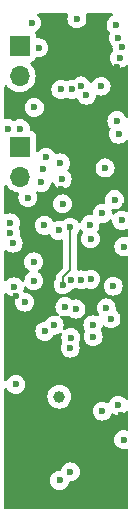
<source format=gbr>
%TF.GenerationSoftware,KiCad,Pcbnew,8.0.0*%
%TF.CreationDate,2025-08-09T21:47:33-07:00*%
%TF.ProjectId,it sure is getting hot in here,69742073-7572-4652-9069-732067657474,rev?*%
%TF.SameCoordinates,Original*%
%TF.FileFunction,Copper,L3,Inr*%
%TF.FilePolarity,Positive*%
%FSLAX46Y46*%
G04 Gerber Fmt 4.6, Leading zero omitted, Abs format (unit mm)*
G04 Created by KiCad (PCBNEW 8.0.0) date 2025-08-09 21:47:33*
%MOMM*%
%LPD*%
G01*
G04 APERTURE LIST*
%TA.AperFunction,ComponentPad*%
%ADD10R,1.700000X1.700000*%
%TD*%
%TA.AperFunction,ComponentPad*%
%ADD11O,1.700000X1.700000*%
%TD*%
%TA.AperFunction,ViaPad*%
%ADD12C,0.600000*%
%TD*%
%TA.AperFunction,ViaPad*%
%ADD13C,1.000000*%
%TD*%
%TA.AperFunction,Conductor*%
%ADD14C,0.200000*%
%TD*%
G04 APERTURE END LIST*
D10*
%TO.N,Net-(J1-Pin_1)*%
%TO.C,J1*%
X1580800Y39219200D03*
D11*
%TO.N,Net-(J1-Pin_2)*%
X1580800Y36679200D03*
%TD*%
D10*
%TO.N,Net-(J2-Pin_1)*%
%TO.C,J2*%
X1625600Y30713600D03*
D11*
%TO.N,Net-(J2-Pin_2)*%
X1625600Y28173600D03*
%TD*%
D12*
%TO.N,/LEDINDICATION*%
X10205800Y24469200D03*
X1630800Y32219200D03*
%TO.N,+3V3*%
X580800Y32219200D03*
%TO.N,GND*%
X2255800Y15914200D03*
%TO.N,+3V3*%
X2005800Y17544200D03*
%TO.N,/DRDY*%
X9955800Y31769200D03*
X7580800Y22894200D03*
%TO.N,+3V3*%
X10405800Y22244200D03*
%TO.N,GND*%
X5955800Y15794200D03*
%TO.N,/MAX2_CS*%
X7530800Y24094200D03*
%TO.N,/MOSI*%
X3805800Y29794200D03*
%TO.N,/DRDY2*%
X8580800Y25044200D03*
%TO.N,Net-(U1-ISENSOR)*%
X6430800Y41519200D03*
X9740035Y41015077D03*
%TO.N,+3V3*%
X10036099Y38201961D03*
%TO.N,/DRDY2*%
X10241819Y39179199D03*
%TO.N,/MOSI*%
X5068880Y35545416D03*
%TO.N,/SCLK*%
X5987579Y35545956D03*
%TO.N,/MAX2_CS*%
X6749862Y35841006D03*
%TO.N,/MISO*%
X8464569Y35825609D03*
%TO.N,GND*%
X8136431Y36729580D03*
X4955800Y40419200D03*
X6718300Y39119200D03*
%TO.N,Net-(J1-Pin_2)*%
X2580800Y41169200D03*
X3180800Y39069200D03*
%TO.N,+3V3*%
X9930800Y39919200D03*
%TO.N,GND*%
X9855800Y37419200D03*
%TO.N,/USB_D+*%
X5880800Y3169200D03*
%TO.N,/USB_D-*%
X4955800Y2444200D03*
%TO.N,/QSPI_SD3*%
X6345361Y16958033D03*
%TO.N,/QSPI_SCLK*%
X5855800Y13643824D03*
%TO.N,/QSPI_SDO*%
X5905800Y14544200D03*
%TO.N,/QSPI_SS*%
X8903240Y17041640D03*
%TO.N,/QSPI_SD1*%
X9305800Y16144200D03*
X7805800Y14619200D03*
%TO.N,/QSPI_SS*%
X7780800Y15619206D03*
%TO.N,/QSPI_SDO*%
X7605800Y19469200D03*
%TO.N,/QSPI_SCLK*%
X6805800Y19426598D03*
%TO.N,/QSPI_SD3*%
X5955798Y19426550D03*
%TO.N,/BATT SENSE *%
X2780800Y19344200D03*
X8577184Y8315025D03*
%TO.N,GND*%
X10200000Y7994200D03*
%TO.N,+3V3*%
X5415745Y17151600D03*
%TO.N,+1V1*%
X5866402Y23869200D03*
%TO.N,/MOSI*%
X800000Y23369200D03*
X5030800Y29319200D03*
%TO.N,/MAX_CS*%
X2755800Y20944200D03*
%TO.N,/MISO*%
X2274096Y26396811D03*
%TO.N,/SWD*%
X3680800Y24044200D03*
%TO.N,/SWCLK*%
X4866400Y23626602D03*
%TO.N,/SCLK*%
X800000Y24244203D03*
%TO.N,/MAX_CS*%
X5180800Y27958845D03*
%TO.N,/SCLK*%
X3551925Y28819037D03*
%TO.N,/MISO*%
X8809123Y28900535D03*
%TO.N,GND*%
X9555800Y14819200D03*
%TO.N,/USB_D+*%
X4490394Y15589088D03*
%TO.N,/USB_D-*%
X3705800Y15069200D03*
%TO.N,Net-(U3-BIAS)*%
X2816351Y34018280D03*
X7230800Y35069200D03*
%TO.N,GND*%
X10240781Y34644144D03*
%TO.N,+3V3*%
X9805800Y32894200D03*
%TO.N,GND*%
X8555800Y30056432D03*
X8082700Y29744200D03*
X6782700Y31623000D03*
X9855800Y20869200D03*
X9880600Y17399000D03*
X4819047Y21526600D03*
X10480800Y25719200D03*
%TO.N,+3V3*%
X9610063Y26213537D03*
%TO.N,GND*%
X6380248Y27574298D03*
X5105800Y27124600D03*
%TO.N,+3V3*%
X5208584Y25860239D03*
X3425343Y27678959D03*
%TO.N,GND*%
X800000Y20929600D03*
%TO.N,+3V3*%
X1019247Y22527792D03*
%TO.N,GND*%
X1244600Y18034000D03*
%TO.N,+3V3*%
X1118099Y18834138D03*
D13*
%TO.N,GND*%
X7416800Y3124200D03*
D12*
%TO.N,+3V3*%
X10380800Y5894200D03*
D13*
%TO.N,GND*%
X6930800Y9575800D03*
D12*
X8243600Y10744200D03*
X812800Y11988800D03*
X8003600Y7162800D03*
%TO.N,+3V3*%
X1244600Y10569000D03*
X9496061Y18898415D03*
D13*
X4927600Y9525000D03*
D12*
%TO.N,+1V1*%
X5264144Y19023068D03*
%TO.N,/BOOTSEL*%
X9926845Y8799116D03*
%TD*%
D14*
%TO.N,+1V1*%
X5264144Y19629136D02*
X5264144Y19023068D01*
X5866402Y20231394D02*
X5264144Y19629136D01*
X5866402Y23869200D02*
X5866402Y20231394D01*
%TD*%
%TA.AperFunction,Conductor*%
%TO.N,GND*%
G36*
X5641019Y41974015D02*
G01*
X5686774Y41921211D01*
X5696718Y41852053D01*
X5691022Y41828746D01*
X5645432Y41698458D01*
X5645430Y41698450D01*
X5625235Y41519204D01*
X5625235Y41519197D01*
X5645430Y41339951D01*
X5645431Y41339946D01*
X5705011Y41169677D01*
X5765729Y41073046D01*
X5800984Y41016938D01*
X5928538Y40889384D01*
X6081278Y40793411D01*
X6177699Y40759672D01*
X6251545Y40733832D01*
X6251550Y40733831D01*
X6430796Y40713635D01*
X6430800Y40713635D01*
X6430804Y40713635D01*
X6610049Y40733831D01*
X6610052Y40733832D01*
X6610055Y40733832D01*
X6780322Y40793411D01*
X6933062Y40889384D01*
X7060616Y41016938D01*
X7156589Y41169678D01*
X7216168Y41339945D01*
X7216169Y41339951D01*
X7236365Y41519197D01*
X7236365Y41519204D01*
X7216169Y41698450D01*
X7216167Y41698458D01*
X7170578Y41828746D01*
X7167017Y41898525D01*
X7201746Y41959152D01*
X7263739Y41991379D01*
X7287620Y41993700D01*
X9383258Y41993700D01*
X9450297Y41974015D01*
X9496052Y41921211D01*
X9505996Y41852053D01*
X9476971Y41788497D01*
X9424212Y41752658D01*
X9390513Y41740867D01*
X9237772Y41644893D01*
X9110219Y41517340D01*
X9014246Y41364601D01*
X8954666Y41194332D01*
X8954665Y41194327D01*
X8934470Y41015081D01*
X8934470Y41015074D01*
X8954665Y40835828D01*
X8954666Y40835823D01*
X9014246Y40665554D01*
X9110219Y40512815D01*
X9192699Y40430335D01*
X9226184Y40369012D01*
X9221200Y40299320D01*
X9210015Y40276687D01*
X9205009Y40268721D01*
X9145433Y40098463D01*
X9145430Y40098450D01*
X9125235Y39919204D01*
X9125235Y39919197D01*
X9145430Y39739951D01*
X9145431Y39739946D01*
X9205011Y39569677D01*
X9300984Y39416938D01*
X9404404Y39313518D01*
X9437889Y39252195D01*
X9439944Y39211957D01*
X9436254Y39179198D01*
X9436254Y39179196D01*
X9456449Y38999950D01*
X9456452Y38999937D01*
X9494367Y38891585D01*
X9497929Y38821806D01*
X9465008Y38762949D01*
X9406283Y38704224D01*
X9310310Y38551485D01*
X9250730Y38381216D01*
X9250729Y38381211D01*
X9230534Y38201965D01*
X9230534Y38201958D01*
X9250729Y38022712D01*
X9250730Y38022707D01*
X9310310Y37852438D01*
X9384825Y37733849D01*
X9406283Y37699699D01*
X9533837Y37572145D01*
X9583503Y37540938D01*
X9679359Y37480707D01*
X9686577Y37476172D01*
X9856844Y37416593D01*
X9856849Y37416592D01*
X10036095Y37396396D01*
X10036099Y37396396D01*
X10036103Y37396396D01*
X10215348Y37416592D01*
X10215351Y37416593D01*
X10215354Y37416593D01*
X10385621Y37476172D01*
X10538361Y37572145D01*
X10568619Y37602403D01*
X10629942Y37635888D01*
X10699634Y37630904D01*
X10755567Y37589032D01*
X10779984Y37523568D01*
X10780300Y37514722D01*
X10780300Y33262761D01*
X10760615Y33195722D01*
X10707811Y33149967D01*
X10638653Y33140023D01*
X10575097Y33169048D01*
X10539259Y33221805D01*
X10531590Y33243721D01*
X10435615Y33396463D01*
X10308062Y33524016D01*
X10155323Y33619989D01*
X9985054Y33679569D01*
X9985049Y33679570D01*
X9805804Y33699765D01*
X9805796Y33699765D01*
X9626550Y33679570D01*
X9626545Y33679569D01*
X9456276Y33619989D01*
X9303537Y33524016D01*
X9175984Y33396463D01*
X9080011Y33243724D01*
X9020431Y33073455D01*
X9020430Y33073450D01*
X9000235Y32894204D01*
X9000235Y32894197D01*
X9020430Y32714951D01*
X9020431Y32714946D01*
X9080011Y32544677D01*
X9148148Y32436239D01*
X9175984Y32391938D01*
X9244668Y32323254D01*
X9278152Y32261930D01*
X9273167Y32192239D01*
X9261980Y32169602D01*
X9230009Y32118721D01*
X9170433Y31948463D01*
X9170430Y31948450D01*
X9150235Y31769204D01*
X9150235Y31769197D01*
X9170430Y31589951D01*
X9170431Y31589946D01*
X9230011Y31419677D01*
X9315624Y31283426D01*
X9325984Y31266938D01*
X9453538Y31139384D01*
X9606278Y31043411D01*
X9776545Y30983832D01*
X9776550Y30983831D01*
X9955796Y30963635D01*
X9955800Y30963635D01*
X9955804Y30963635D01*
X10135049Y30983831D01*
X10135052Y30983832D01*
X10135055Y30983832D01*
X10305322Y31043411D01*
X10458062Y31139384D01*
X10568619Y31249941D01*
X10629942Y31283426D01*
X10699634Y31278442D01*
X10755567Y31236570D01*
X10779984Y31171106D01*
X10780300Y31162260D01*
X10780300Y25277988D01*
X10760615Y25210949D01*
X10707811Y25165194D01*
X10638653Y25155250D01*
X10590329Y25172994D01*
X10555325Y25194988D01*
X10385054Y25254569D01*
X10385049Y25254570D01*
X10205804Y25274765D01*
X10205796Y25274765D01*
X10032265Y25255214D01*
X9963443Y25267269D01*
X9919540Y25307728D01*
X9921422Y25300510D01*
X9899695Y25234104D01*
X9860859Y25200787D01*
X9862174Y25198694D01*
X9703539Y25099017D01*
X9595004Y24990482D01*
X9533681Y24956998D01*
X9463989Y24961982D01*
X9408056Y25003854D01*
X9384103Y25064281D01*
X9366169Y25223450D01*
X9366166Y25223463D01*
X9354122Y25257883D01*
X9350560Y25327662D01*
X9385288Y25388289D01*
X9447282Y25420517D01*
X9485045Y25422058D01*
X9533057Y25416649D01*
X9610060Y25407972D01*
X9610063Y25407972D01*
X9610067Y25407972D01*
X9783597Y25427524D01*
X9852418Y25415470D01*
X9896321Y25375010D01*
X9894440Y25382229D01*
X9916167Y25448634D01*
X9955015Y25481932D01*
X9953689Y25484043D01*
X9996140Y25510717D01*
X10112325Y25583721D01*
X10239879Y25711275D01*
X10335852Y25864015D01*
X10395431Y26034282D01*
X10396018Y26039489D01*
X10415628Y26213534D01*
X10415628Y26213541D01*
X10395432Y26392787D01*
X10395431Y26392792D01*
X10335851Y26563061D01*
X10271293Y26665804D01*
X10239879Y26715799D01*
X10112325Y26843353D01*
X10054747Y26879532D01*
X9959586Y26939326D01*
X9789317Y26998906D01*
X9789312Y26998907D01*
X9610067Y27019102D01*
X9610059Y27019102D01*
X9430813Y26998907D01*
X9430808Y26998906D01*
X9260539Y26939326D01*
X9107800Y26843353D01*
X8980247Y26715800D01*
X8884274Y26563061D01*
X8824694Y26392792D01*
X8824693Y26392787D01*
X8804498Y26213541D01*
X8804498Y26213534D01*
X8824693Y26034288D01*
X8824696Y26034277D01*
X8836741Y25999853D01*
X8840302Y25930074D01*
X8805572Y25869447D01*
X8743579Y25837221D01*
X8705816Y25835680D01*
X8580804Y25849765D01*
X8580796Y25849765D01*
X8401550Y25829570D01*
X8401545Y25829569D01*
X8231276Y25769989D01*
X8078537Y25674016D01*
X7950984Y25546463D01*
X7855011Y25393724D01*
X7795431Y25223455D01*
X7795430Y25223450D01*
X7775235Y25044204D01*
X7775235Y25044195D01*
X7777451Y25024525D01*
X7765396Y24955703D01*
X7718046Y24904325D01*
X7650436Y24886701D01*
X7640348Y24887423D01*
X7530804Y24899765D01*
X7530796Y24899765D01*
X7351550Y24879570D01*
X7351545Y24879569D01*
X7181276Y24819989D01*
X7028537Y24724016D01*
X6900984Y24596463D01*
X6805008Y24443720D01*
X6763359Y24324693D01*
X6722637Y24267917D01*
X6657684Y24242170D01*
X6589123Y24255627D01*
X6541324Y24299676D01*
X6529552Y24318411D01*
X6496218Y24371462D01*
X6368664Y24499016D01*
X6215925Y24594989D01*
X6045656Y24654569D01*
X6045651Y24654570D01*
X5866406Y24674765D01*
X5866398Y24674765D01*
X5687152Y24654570D01*
X5687147Y24654569D01*
X5516878Y24594989D01*
X5364139Y24499016D01*
X5364138Y24499015D01*
X5272194Y24407072D01*
X5210871Y24373588D01*
X5143559Y24377712D01*
X5045654Y24411971D01*
X5045649Y24411972D01*
X4866404Y24432167D01*
X4866396Y24432167D01*
X4687150Y24411972D01*
X4687142Y24411970D01*
X4541093Y24360865D01*
X4471314Y24357304D01*
X4410687Y24392033D01*
X4395145Y24411935D01*
X4340428Y24499016D01*
X4310616Y24546462D01*
X4183062Y24674016D01*
X4103488Y24724016D01*
X4030323Y24769989D01*
X3860054Y24829569D01*
X3860049Y24829570D01*
X3680804Y24849765D01*
X3680796Y24849765D01*
X3501550Y24829570D01*
X3501545Y24829569D01*
X3331276Y24769989D01*
X3178537Y24674016D01*
X3050984Y24546463D01*
X2955011Y24393724D01*
X2895431Y24223455D01*
X2895430Y24223450D01*
X2875235Y24044204D01*
X2875235Y24044197D01*
X2895430Y23864951D01*
X2895431Y23864946D01*
X2955011Y23694677D01*
X2976541Y23660413D01*
X3050984Y23541938D01*
X3178538Y23414384D01*
X3331278Y23318411D01*
X3444563Y23278771D01*
X3501545Y23258832D01*
X3501550Y23258831D01*
X3680796Y23238635D01*
X3680800Y23238635D01*
X3680804Y23238635D01*
X3860049Y23258831D01*
X3860051Y23258832D01*
X3860055Y23258832D01*
X3860058Y23258834D01*
X3860062Y23258834D01*
X4006105Y23309937D01*
X4075884Y23313499D01*
X4136511Y23278771D01*
X4152054Y23258868D01*
X4199625Y23183160D01*
X4236584Y23124340D01*
X4364138Y22996786D01*
X4516878Y22900813D01*
X4687139Y22841236D01*
X4687145Y22841234D01*
X4687150Y22841233D01*
X4866396Y22821037D01*
X4866400Y22821037D01*
X4866404Y22821037D01*
X5045649Y22841233D01*
X5045651Y22841234D01*
X5045655Y22841234D01*
X5045658Y22841236D01*
X5045662Y22841236D01*
X5100947Y22860581D01*
X5170725Y22864144D01*
X5231353Y22829415D01*
X5263580Y22767422D01*
X5265902Y22743540D01*
X5265902Y20531492D01*
X5246217Y20464453D01*
X5229583Y20443811D01*
X4783625Y19997854D01*
X4783623Y19997852D01*
X4755626Y19949358D01*
X4743792Y19928860D01*
X4724179Y19894891D01*
X4704567Y19860922D01*
X4693260Y19818724D01*
X4663643Y19708193D01*
X4663643Y19708191D01*
X4663643Y19605479D01*
X4643958Y19538440D01*
X4636589Y19528165D01*
X4634328Y19525331D01*
X4538355Y19372592D01*
X4478775Y19202323D01*
X4478774Y19202318D01*
X4458579Y19023072D01*
X4458579Y19023065D01*
X4478774Y18843819D01*
X4478775Y18843814D01*
X4538355Y18673545D01*
X4610435Y18558831D01*
X4634328Y18520806D01*
X4761882Y18393252D01*
X4827071Y18352291D01*
X4899889Y18306536D01*
X4914622Y18297279D01*
X4996582Y18268600D01*
X5084889Y18237700D01*
X5084894Y18237699D01*
X5264140Y18217503D01*
X5264144Y18217503D01*
X5264148Y18217503D01*
X5443393Y18237699D01*
X5443396Y18237700D01*
X5443399Y18237700D01*
X5613666Y18297279D01*
X5766406Y18393252D01*
X5893960Y18520806D01*
X5925222Y18570560D01*
X5977553Y18616848D01*
X6016331Y18627806D01*
X6050578Y18631665D01*
X6135047Y18641181D01*
X6135050Y18641182D01*
X6135053Y18641182D01*
X6305320Y18700761D01*
X6314865Y18706760D01*
X6382098Y18725759D01*
X6446807Y18706759D01*
X6456274Y18700811D01*
X6456275Y18700811D01*
X6456278Y18700809D01*
X6587510Y18654889D01*
X6626545Y18641230D01*
X6626550Y18641229D01*
X6805796Y18621033D01*
X6805800Y18621033D01*
X6805804Y18621033D01*
X6985049Y18641229D01*
X6985052Y18641230D01*
X6985055Y18641230D01*
X7155322Y18700809D01*
X7184419Y18719093D01*
X7251655Y18738093D01*
X7291346Y18731140D01*
X7426537Y18683834D01*
X7426543Y18683833D01*
X7426545Y18683832D01*
X7426546Y18683832D01*
X7426550Y18683831D01*
X7605796Y18663635D01*
X7605800Y18663635D01*
X7605804Y18663635D01*
X7785049Y18683831D01*
X7785052Y18683832D01*
X7785055Y18683832D01*
X7955322Y18743411D01*
X8108062Y18839384D01*
X8167090Y18898412D01*
X8690496Y18898412D01*
X8710691Y18719166D01*
X8710692Y18719161D01*
X8770272Y18548892D01*
X8793761Y18511510D01*
X8866245Y18396153D01*
X8993799Y18268599D01*
X9042976Y18237699D01*
X9144326Y18174016D01*
X9146539Y18172626D01*
X9316806Y18113047D01*
X9316811Y18113046D01*
X9496057Y18092850D01*
X9496061Y18092850D01*
X9496065Y18092850D01*
X9675310Y18113046D01*
X9675313Y18113047D01*
X9675316Y18113047D01*
X9845583Y18172626D01*
X9998323Y18268599D01*
X10125877Y18396153D01*
X10221850Y18548893D01*
X10281429Y18719160D01*
X10282779Y18731140D01*
X10301626Y18898412D01*
X10301626Y18898419D01*
X10281430Y19077665D01*
X10281429Y19077670D01*
X10221849Y19247939D01*
X10143524Y19372592D01*
X10125877Y19400677D01*
X9998323Y19528231D01*
X9845584Y19624204D01*
X9675315Y19683784D01*
X9675310Y19683785D01*
X9496065Y19703980D01*
X9496057Y19703980D01*
X9316811Y19683785D01*
X9316806Y19683784D01*
X9146537Y19624204D01*
X8993798Y19528231D01*
X8866245Y19400678D01*
X8770272Y19247939D01*
X8710692Y19077670D01*
X8710691Y19077665D01*
X8690496Y18898419D01*
X8690496Y18898412D01*
X8167090Y18898412D01*
X8235616Y18966938D01*
X8331589Y19119678D01*
X8391168Y19289945D01*
X8393159Y19307613D01*
X8411365Y19469197D01*
X8411365Y19469204D01*
X8391169Y19648450D01*
X8391168Y19648455D01*
X8331588Y19818724D01*
X8262385Y19928859D01*
X8235616Y19971462D01*
X8108062Y20099016D01*
X8023123Y20152387D01*
X7955323Y20194989D01*
X7785054Y20254569D01*
X7785049Y20254570D01*
X7605804Y20274765D01*
X7605796Y20274765D01*
X7426550Y20254570D01*
X7426537Y20254567D01*
X7256280Y20194991D01*
X7227178Y20176705D01*
X7159941Y20157706D01*
X7120253Y20164659D01*
X6985062Y20211965D01*
X6985049Y20211968D01*
X6805804Y20232163D01*
X6805796Y20232163D01*
X6626546Y20211967D01*
X6619756Y20210417D01*
X6619128Y20213167D01*
X6562027Y20210276D01*
X6501414Y20245030D01*
X6469213Y20307037D01*
X6466902Y20330867D01*
X6466902Y23286788D01*
X6486587Y23353827D01*
X6493957Y23364103D01*
X6496212Y23366933D01*
X6496218Y23366938D01*
X6592191Y23519678D01*
X6633841Y23638708D01*
X6674563Y23695483D01*
X6739515Y23721231D01*
X6808077Y23707775D01*
X6855876Y23663725D01*
X6900979Y23591944D01*
X6900984Y23591938D01*
X6937196Y23555726D01*
X6970681Y23494403D01*
X6965697Y23424711D01*
X6954509Y23402073D01*
X6855011Y23243724D01*
X6795431Y23073455D01*
X6795430Y23073450D01*
X6775235Y22894204D01*
X6775235Y22894197D01*
X6795430Y22714951D01*
X6795431Y22714946D01*
X6855011Y22544677D01*
X6931184Y22423450D01*
X6950984Y22391938D01*
X7078538Y22264384D01*
X7160290Y22213016D01*
X7215587Y22178270D01*
X7231278Y22168411D01*
X7401545Y22108832D01*
X7401550Y22108831D01*
X7580796Y22088635D01*
X7580800Y22088635D01*
X7580804Y22088635D01*
X7760049Y22108831D01*
X7760052Y22108832D01*
X7760055Y22108832D01*
X7930322Y22168411D01*
X8083062Y22264384D01*
X8210616Y22391938D01*
X8306589Y22544678D01*
X8366168Y22714945D01*
X8369719Y22746462D01*
X8386365Y22894197D01*
X8386365Y22894204D01*
X8366169Y23073450D01*
X8366168Y23073455D01*
X8350341Y23118685D01*
X8306589Y23243722D01*
X8297095Y23258831D01*
X8237405Y23353827D01*
X8210616Y23396462D01*
X8174403Y23432675D01*
X8140918Y23493998D01*
X8145902Y23563690D01*
X8157091Y23586329D01*
X8160614Y23591937D01*
X8160616Y23591938D01*
X8256589Y23744678D01*
X8316168Y23914945D01*
X8330731Y24044197D01*
X8336365Y24094197D01*
X8336365Y24094200D01*
X8334148Y24113874D01*
X8346201Y24182694D01*
X8393549Y24234074D01*
X8461159Y24251700D01*
X8471252Y24250978D01*
X8580797Y24238635D01*
X8580800Y24238635D01*
X8580804Y24238635D01*
X8760049Y24258831D01*
X8760052Y24258832D01*
X8760055Y24258832D01*
X8930322Y24318411D01*
X9083062Y24414384D01*
X9191598Y24522921D01*
X9252917Y24556403D01*
X9322609Y24551419D01*
X9378543Y24509548D01*
X9402496Y24449121D01*
X9420430Y24289950D01*
X9420431Y24289946D01*
X9480011Y24119677D01*
X9527437Y24044200D01*
X9575984Y23966938D01*
X9703538Y23839384D01*
X9753538Y23807967D01*
X9854264Y23744676D01*
X9856278Y23743411D01*
X9995549Y23694678D01*
X10026545Y23683832D01*
X10026550Y23683831D01*
X10205796Y23663635D01*
X10205800Y23663635D01*
X10205804Y23663635D01*
X10385049Y23683831D01*
X10385052Y23683832D01*
X10385055Y23683832D01*
X10555322Y23743411D01*
X10557336Y23744676D01*
X10590327Y23765406D01*
X10657564Y23784407D01*
X10724399Y23764040D01*
X10769613Y23710772D01*
X10780300Y23660413D01*
X10780300Y23136012D01*
X10760615Y23068973D01*
X10707811Y23023218D01*
X10638653Y23013274D01*
X10615348Y23018970D01*
X10585064Y23029566D01*
X10585049Y23029570D01*
X10405804Y23049765D01*
X10405796Y23049765D01*
X10226550Y23029570D01*
X10226545Y23029569D01*
X10056276Y22969989D01*
X9903537Y22874016D01*
X9775984Y22746463D01*
X9680011Y22593724D01*
X9620431Y22423455D01*
X9620430Y22423450D01*
X9600235Y22244204D01*
X9600235Y22244197D01*
X9620430Y22064951D01*
X9620431Y22064946D01*
X9680011Y21894677D01*
X9771066Y21749765D01*
X9775984Y21741938D01*
X9903538Y21614384D01*
X9967783Y21574016D01*
X10031299Y21534106D01*
X10056278Y21518411D01*
X10196258Y21469430D01*
X10226545Y21458832D01*
X10226550Y21458831D01*
X10405796Y21438635D01*
X10405800Y21438635D01*
X10405804Y21438635D01*
X10585049Y21458831D01*
X10585051Y21458832D01*
X10585055Y21458832D01*
X10615342Y21469431D01*
X10685121Y21472994D01*
X10745749Y21438267D01*
X10777978Y21376274D01*
X10780300Y21352390D01*
X10780300Y9375315D01*
X10760615Y9308276D01*
X10707811Y9262521D01*
X10638653Y9252577D01*
X10575097Y9281602D01*
X10559354Y9298000D01*
X10556664Y9301373D01*
X10556661Y9301378D01*
X10429107Y9428932D01*
X10276368Y9524905D01*
X10106099Y9584485D01*
X10106094Y9584486D01*
X9926849Y9604681D01*
X9926841Y9604681D01*
X9747595Y9584486D01*
X9747590Y9584485D01*
X9577321Y9524905D01*
X9424582Y9428932D01*
X9297029Y9301379D01*
X9201054Y9148636D01*
X9172033Y9065699D01*
X9131311Y9008923D01*
X9066359Y8983176D01*
X8997797Y8996632D01*
X8989020Y9001660D01*
X8926707Y9040814D01*
X8756438Y9100394D01*
X8756433Y9100395D01*
X8577188Y9120590D01*
X8577180Y9120590D01*
X8397934Y9100395D01*
X8397929Y9100394D01*
X8227660Y9040814D01*
X8074921Y8944841D01*
X7947368Y8817288D01*
X7851395Y8664549D01*
X7791815Y8494280D01*
X7791814Y8494275D01*
X7771619Y8315029D01*
X7771619Y8315022D01*
X7791814Y8135776D01*
X7791815Y8135771D01*
X7851395Y7965502D01*
X7947368Y7812763D01*
X8074922Y7685209D01*
X8227662Y7589236D01*
X8397929Y7529657D01*
X8397934Y7529656D01*
X8577180Y7509460D01*
X8577184Y7509460D01*
X8577188Y7509460D01*
X8756433Y7529656D01*
X8756436Y7529657D01*
X8756439Y7529657D01*
X8926706Y7589236D01*
X9079446Y7685209D01*
X9207000Y7812763D01*
X9302973Y7965503D01*
X9312788Y7993551D01*
X9331994Y8048441D01*
X9372715Y8105218D01*
X9437668Y8130966D01*
X9506229Y8117510D01*
X9515008Y8112482D01*
X9577323Y8073327D01*
X9747590Y8013748D01*
X9747595Y8013747D01*
X9926841Y7993551D01*
X9926845Y7993551D01*
X9926849Y7993551D01*
X10106094Y8013747D01*
X10106097Y8013748D01*
X10106100Y8013748D01*
X10276367Y8073327D01*
X10429107Y8169300D01*
X10556661Y8296854D01*
X10556666Y8296864D01*
X10559350Y8300227D01*
X10616537Y8340370D01*
X10686349Y8343222D01*
X10746620Y8307879D01*
X10778215Y8245561D01*
X10780300Y8222918D01*
X10780300Y6777264D01*
X10760615Y6710225D01*
X10707811Y6664470D01*
X10638653Y6654526D01*
X10615347Y6660222D01*
X10560060Y6679567D01*
X10560049Y6679570D01*
X10380804Y6699765D01*
X10380796Y6699765D01*
X10201550Y6679570D01*
X10201545Y6679569D01*
X10031276Y6619989D01*
X9878537Y6524016D01*
X9750984Y6396463D01*
X9655011Y6243724D01*
X9595431Y6073455D01*
X9595430Y6073450D01*
X9575235Y5894204D01*
X9575235Y5894197D01*
X9595430Y5714951D01*
X9595431Y5714946D01*
X9655011Y5544677D01*
X9750984Y5391938D01*
X9878538Y5264384D01*
X10031278Y5168411D01*
X10201542Y5108833D01*
X10201545Y5108832D01*
X10201550Y5108831D01*
X10380796Y5088635D01*
X10380800Y5088635D01*
X10380804Y5088635D01*
X10560049Y5108831D01*
X10560050Y5108832D01*
X10560055Y5108832D01*
X10615345Y5128180D01*
X10685122Y5131742D01*
X10745750Y5097014D01*
X10777978Y5035021D01*
X10780300Y5011138D01*
X10780300Y118700D01*
X10760615Y51661D01*
X10707811Y5906D01*
X10656300Y-5300D01*
X405300Y-5300D01*
X338261Y14385D01*
X292506Y67189D01*
X281300Y118700D01*
X281300Y2444197D01*
X4150235Y2444197D01*
X4170430Y2264951D01*
X4170431Y2264946D01*
X4230011Y2094677D01*
X4325984Y1941938D01*
X4453538Y1814384D01*
X4606278Y1718411D01*
X4776545Y1658832D01*
X4776550Y1658831D01*
X4955796Y1638635D01*
X4955800Y1638635D01*
X4955804Y1638635D01*
X5135049Y1658831D01*
X5135052Y1658832D01*
X5135055Y1658832D01*
X5305322Y1718411D01*
X5458062Y1814384D01*
X5585616Y1941938D01*
X5681589Y2094678D01*
X5741168Y2264945D01*
X5741168Y2264952D01*
X5741969Y2268456D01*
X5743111Y2270499D01*
X5743468Y2271518D01*
X5743646Y2271456D01*
X5776074Y2329437D01*
X5837733Y2362299D01*
X5876746Y2364092D01*
X5880800Y2363635D01*
X5993552Y2376340D01*
X6060049Y2383831D01*
X6060052Y2383832D01*
X6060055Y2383832D01*
X6230322Y2443411D01*
X6383062Y2539384D01*
X6510616Y2666938D01*
X6606589Y2819678D01*
X6666168Y2989945D01*
X6666169Y2989951D01*
X6686365Y3169197D01*
X6686365Y3169204D01*
X6666169Y3348450D01*
X6666168Y3348455D01*
X6606588Y3518724D01*
X6510615Y3671463D01*
X6383062Y3799016D01*
X6230323Y3894989D01*
X6060054Y3954569D01*
X6060049Y3954570D01*
X5880804Y3974765D01*
X5880796Y3974765D01*
X5701550Y3954570D01*
X5701545Y3954569D01*
X5531276Y3894989D01*
X5378537Y3799016D01*
X5250984Y3671463D01*
X5155010Y3518722D01*
X5095430Y3348449D01*
X5094625Y3344922D01*
X5093480Y3342878D01*
X5093133Y3341883D01*
X5092958Y3341944D01*
X5060509Y3283948D01*
X4998844Y3251097D01*
X4959859Y3249308D01*
X4955801Y3249765D01*
X4955796Y3249765D01*
X4776550Y3229570D01*
X4776545Y3229569D01*
X4606276Y3169989D01*
X4453537Y3074016D01*
X4325984Y2946463D01*
X4230011Y2793724D01*
X4170431Y2623455D01*
X4170430Y2623450D01*
X4150235Y2444204D01*
X4150235Y2444197D01*
X281300Y2444197D01*
X281300Y9525000D01*
X3922259Y9525000D01*
X3941575Y9328871D01*
X3949915Y9301379D01*
X3996248Y9148638D01*
X3998788Y9140267D01*
X4091686Y8966468D01*
X4091690Y8966461D01*
X4216716Y8814117D01*
X4369060Y8689091D01*
X4369067Y8689087D01*
X4542866Y8596189D01*
X4542869Y8596189D01*
X4542873Y8596186D01*
X4731468Y8538976D01*
X4927600Y8519659D01*
X5123732Y8538976D01*
X5312327Y8596186D01*
X5486138Y8689090D01*
X5638483Y8814117D01*
X5763510Y8966462D01*
X5856414Y9140273D01*
X5913624Y9328868D01*
X5932941Y9525000D01*
X5913624Y9721132D01*
X5856414Y9909727D01*
X5856411Y9909731D01*
X5856411Y9909734D01*
X5763513Y10083533D01*
X5763509Y10083540D01*
X5638483Y10235884D01*
X5486139Y10360910D01*
X5486132Y10360914D01*
X5312333Y10453812D01*
X5312327Y10453814D01*
X5123732Y10511024D01*
X5123729Y10511025D01*
X4927600Y10530341D01*
X4731470Y10511025D01*
X4542866Y10453812D01*
X4369067Y10360914D01*
X4369060Y10360910D01*
X4216716Y10235884D01*
X4091690Y10083540D01*
X4091686Y10083533D01*
X3998788Y9909734D01*
X3941575Y9721130D01*
X3922259Y9525000D01*
X281300Y9525000D01*
X281300Y10169394D01*
X300985Y10236433D01*
X353789Y10282188D01*
X422947Y10292132D01*
X486503Y10263107D01*
X517020Y10223197D01*
X518811Y10219477D01*
X604227Y10083540D01*
X614784Y10066738D01*
X742338Y9939184D01*
X895078Y9843211D01*
X1065345Y9783632D01*
X1065350Y9783631D01*
X1244596Y9763435D01*
X1244600Y9763435D01*
X1244604Y9763435D01*
X1423849Y9783631D01*
X1423852Y9783632D01*
X1423855Y9783632D01*
X1594122Y9843211D01*
X1746862Y9939184D01*
X1874416Y10066738D01*
X1970389Y10219478D01*
X2029968Y10389745D01*
X2043633Y10511025D01*
X2050165Y10568997D01*
X2050165Y10569004D01*
X2029969Y10748250D01*
X2029968Y10748255D01*
X1972452Y10912626D01*
X1970389Y10918522D01*
X1938918Y10968607D01*
X1874415Y11071263D01*
X1746862Y11198816D01*
X1594123Y11294789D01*
X1423854Y11354369D01*
X1423849Y11354370D01*
X1244604Y11374565D01*
X1244596Y11374565D01*
X1065350Y11354370D01*
X1065345Y11354369D01*
X895076Y11294789D01*
X742337Y11198816D01*
X614784Y11071263D01*
X518810Y10918522D01*
X517018Y10914800D01*
X515222Y10912812D01*
X515106Y10912626D01*
X515073Y10912647D01*
X470193Y10862943D01*
X402765Y10844633D01*
X336142Y10865684D01*
X291476Y10919413D01*
X281300Y10968607D01*
X281300Y15069197D01*
X2900235Y15069197D01*
X2920430Y14889951D01*
X2920431Y14889946D01*
X2980011Y14719677D01*
X3043147Y14619197D01*
X3075984Y14566938D01*
X3203538Y14439384D01*
X3356278Y14343411D01*
X3526545Y14283832D01*
X3526550Y14283831D01*
X3705796Y14263635D01*
X3705800Y14263635D01*
X3705804Y14263635D01*
X3885049Y14283831D01*
X3885052Y14283832D01*
X3885055Y14283832D01*
X4055322Y14343411D01*
X4208062Y14439384D01*
X4335616Y14566938D01*
X4412651Y14689540D01*
X4435294Y14725574D01*
X4436663Y14724714D01*
X4477799Y14770286D01*
X4528827Y14787853D01*
X4669643Y14803719D01*
X4669646Y14803720D01*
X4669649Y14803720D01*
X4839916Y14863299D01*
X4962159Y14940110D01*
X5029394Y14959110D01*
X5096229Y14938743D01*
X5141443Y14885475D01*
X5150682Y14816219D01*
X5145172Y14794163D01*
X5120433Y14723461D01*
X5120430Y14723450D01*
X5100235Y14544204D01*
X5100235Y14544197D01*
X5120430Y14364951D01*
X5120433Y14364938D01*
X5180010Y14194679D01*
X5183031Y14188406D01*
X5180392Y14187136D01*
X5195809Y14132473D01*
X5176811Y14067829D01*
X5130008Y13993342D01*
X5070433Y13823087D01*
X5070430Y13823074D01*
X5050235Y13643828D01*
X5050235Y13643821D01*
X5070430Y13464575D01*
X5070431Y13464570D01*
X5130011Y13294301D01*
X5225984Y13141562D01*
X5353538Y13014008D01*
X5506278Y12918035D01*
X5676545Y12858456D01*
X5676550Y12858455D01*
X5855796Y12838259D01*
X5855800Y12838259D01*
X5855804Y12838259D01*
X6035049Y12858455D01*
X6035052Y12858456D01*
X6035055Y12858456D01*
X6205322Y12918035D01*
X6358062Y13014008D01*
X6485616Y13141562D01*
X6581589Y13294302D01*
X6641168Y13464569D01*
X6661365Y13643824D01*
X6642232Y13813635D01*
X6641169Y13823074D01*
X6641168Y13823079D01*
X6581586Y13993354D01*
X6578569Y13999619D01*
X6581213Y14000893D01*
X6565790Y14055511D01*
X6584790Y14120199D01*
X6592503Y14132473D01*
X6631589Y14194678D01*
X6691168Y14364945D01*
X6691169Y14364951D01*
X6711365Y14544197D01*
X6711365Y14544204D01*
X6691169Y14723450D01*
X6691168Y14723455D01*
X6664924Y14798455D01*
X6631589Y14893722D01*
X6535616Y15046462D01*
X6408062Y15174016D01*
X6358640Y15205070D01*
X6255323Y15269989D01*
X6085054Y15329569D01*
X6085049Y15329570D01*
X5905804Y15349765D01*
X5905796Y15349765D01*
X5726550Y15329570D01*
X5726545Y15329569D01*
X5556276Y15269989D01*
X5434035Y15193179D01*
X5366798Y15174179D01*
X5299963Y15194547D01*
X5254749Y15247815D01*
X5245512Y15317071D01*
X5251022Y15339128D01*
X5275760Y15409826D01*
X5275763Y15409839D01*
X5295959Y15589085D01*
X5295959Y15589092D01*
X5292566Y15619203D01*
X6975235Y15619203D01*
X6995430Y15439957D01*
X6995431Y15439952D01*
X7055011Y15269683D01*
X7120611Y15165282D01*
X7139611Y15098045D01*
X7120612Y15033339D01*
X7080008Y14968718D01*
X7020433Y14798463D01*
X7020430Y14798450D01*
X7000235Y14619204D01*
X7000235Y14619197D01*
X7020430Y14439951D01*
X7020431Y14439946D01*
X7080011Y14269677D01*
X7165389Y14133800D01*
X7175984Y14116938D01*
X7303538Y13989384D01*
X7456278Y13893411D01*
X7626545Y13833832D01*
X7626550Y13833831D01*
X7805796Y13813635D01*
X7805800Y13813635D01*
X7805804Y13813635D01*
X7985049Y13833831D01*
X7985052Y13833832D01*
X7985055Y13833832D01*
X8155322Y13893411D01*
X8308062Y13989384D01*
X8435616Y14116938D01*
X8531589Y14269678D01*
X8591168Y14439945D01*
X8591169Y14439951D01*
X8611365Y14619197D01*
X8611365Y14619204D01*
X8591169Y14798450D01*
X8591168Y14798455D01*
X8559152Y14889951D01*
X8531589Y14968722D01*
X8465987Y15073126D01*
X8446988Y15140361D01*
X8465989Y15205070D01*
X8506588Y15269682D01*
X8506589Y15269684D01*
X8566168Y15439951D01*
X8566169Y15439957D01*
X8568913Y15464309D01*
X8595979Y15528724D01*
X8653573Y15568279D01*
X8723410Y15570418D01*
X8779814Y15538108D01*
X8803538Y15514384D01*
X8883232Y15464309D01*
X8955779Y15418724D01*
X8956278Y15418411D01*
X8980793Y15409833D01*
X9126545Y15358832D01*
X9126550Y15358831D01*
X9305796Y15338635D01*
X9305800Y15338635D01*
X9305804Y15338635D01*
X9485049Y15358831D01*
X9485052Y15358832D01*
X9485055Y15358832D01*
X9655322Y15418411D01*
X9808062Y15514384D01*
X9935616Y15641938D01*
X10031589Y15794678D01*
X10091168Y15964945D01*
X10091169Y15964951D01*
X10111365Y16144197D01*
X10111365Y16144204D01*
X10091169Y16323450D01*
X10091168Y16323455D01*
X10084209Y16343343D01*
X10031589Y16493722D01*
X10013956Y16521784D01*
X9935615Y16646463D01*
X9808062Y16774016D01*
X9808059Y16774018D01*
X9753178Y16808503D01*
X9706887Y16860838D01*
X9695931Y16927380D01*
X9699385Y16958030D01*
X9708805Y17041640D01*
X9708771Y17041938D01*
X9688609Y17220890D01*
X9688608Y17220895D01*
X9650131Y17330855D01*
X9629029Y17391162D01*
X9533056Y17543902D01*
X9405502Y17671456D01*
X9385822Y17683822D01*
X9252763Y17767429D01*
X9082494Y17827009D01*
X9082489Y17827010D01*
X8903244Y17847205D01*
X8903236Y17847205D01*
X8723990Y17827010D01*
X8723985Y17827009D01*
X8553716Y17767429D01*
X8400977Y17671456D01*
X8273424Y17543903D01*
X8177451Y17391164D01*
X8117871Y17220895D01*
X8117870Y17220890D01*
X8097675Y17041644D01*
X8097675Y17041637D01*
X8117870Y16862391D01*
X8117871Y16862386D01*
X8177451Y16692117D01*
X8273427Y16539374D01*
X8275583Y16536670D01*
X8276430Y16534593D01*
X8277129Y16533482D01*
X8276934Y16533360D01*
X8301991Y16471983D01*
X8289234Y16403288D01*
X8241362Y16352395D01*
X8173575Y16335462D01*
X8137516Y16344470D01*
X8136895Y16342695D01*
X7960054Y16404575D01*
X7960049Y16404576D01*
X7780804Y16424771D01*
X7780796Y16424771D01*
X7601550Y16404576D01*
X7601545Y16404575D01*
X7431276Y16344995D01*
X7278537Y16249022D01*
X7150984Y16121469D01*
X7055011Y15968730D01*
X6995431Y15798461D01*
X6995430Y15798456D01*
X6975235Y15619210D01*
X6975235Y15619203D01*
X5292566Y15619203D01*
X5275763Y15768338D01*
X5275762Y15768343D01*
X5265223Y15798461D01*
X5216183Y15938610D01*
X5120210Y16091350D01*
X5018937Y16192623D01*
X4985452Y16253946D01*
X4990436Y16323638D01*
X5032308Y16379571D01*
X5097772Y16403988D01*
X5147573Y16397345D01*
X5236482Y16366234D01*
X5236488Y16366233D01*
X5236490Y16366232D01*
X5236491Y16366232D01*
X5236495Y16366231D01*
X5415741Y16346035D01*
X5415745Y16346035D01*
X5415749Y16346035D01*
X5594994Y16366231D01*
X5594995Y16366232D01*
X5595000Y16366232D01*
X5677088Y16394957D01*
X5746861Y16398519D01*
X5805720Y16365596D01*
X5843099Y16328217D01*
X5995839Y16232244D01*
X6166106Y16172665D01*
X6166111Y16172664D01*
X6345357Y16152468D01*
X6345361Y16152468D01*
X6345365Y16152468D01*
X6524610Y16172664D01*
X6524613Y16172665D01*
X6524616Y16172665D01*
X6694883Y16232244D01*
X6847623Y16328217D01*
X6975177Y16455771D01*
X7071150Y16608511D01*
X7130729Y16778778D01*
X7133354Y16802077D01*
X7150926Y16958030D01*
X7150926Y16958037D01*
X7130730Y17137283D01*
X7130729Y17137288D01*
X7101475Y17220890D01*
X7071150Y17307555D01*
X6975177Y17460295D01*
X6847623Y17587849D01*
X6694884Y17683822D01*
X6524615Y17743402D01*
X6524610Y17743403D01*
X6345365Y17763598D01*
X6345357Y17763598D01*
X6166108Y17743402D01*
X6084019Y17714678D01*
X6014240Y17711117D01*
X5955384Y17744039D01*
X5918007Y17781416D01*
X5765268Y17877389D01*
X5594999Y17936969D01*
X5594994Y17936970D01*
X5415749Y17957165D01*
X5415741Y17957165D01*
X5236495Y17936970D01*
X5236490Y17936969D01*
X5066221Y17877389D01*
X4913482Y17781416D01*
X4785929Y17653863D01*
X4689956Y17501124D01*
X4630376Y17330855D01*
X4630375Y17330850D01*
X4610180Y17151604D01*
X4610180Y17151597D01*
X4630375Y16972351D01*
X4630376Y16972346D01*
X4689956Y16802077D01*
X4785929Y16649338D01*
X4887201Y16548066D01*
X4920686Y16486743D01*
X4915702Y16417051D01*
X4873830Y16361118D01*
X4808366Y16336701D01*
X4758565Y16343343D01*
X4669648Y16374457D01*
X4669643Y16374458D01*
X4490398Y16394653D01*
X4490390Y16394653D01*
X4311144Y16374458D01*
X4311139Y16374457D01*
X4140870Y16314877D01*
X3988131Y16218904D01*
X3860578Y16091351D01*
X3760900Y15932714D01*
X3759534Y15933572D01*
X3718369Y15887988D01*
X3667367Y15870436D01*
X3526549Y15854570D01*
X3526545Y15854569D01*
X3356276Y15794989D01*
X3203537Y15699016D01*
X3075984Y15571463D01*
X2980011Y15418724D01*
X2920431Y15248455D01*
X2920430Y15248450D01*
X2900235Y15069204D01*
X2900235Y15069197D01*
X281300Y15069197D01*
X281300Y18239497D01*
X300985Y18306536D01*
X353789Y18352291D01*
X422947Y18362235D01*
X486503Y18333210D01*
X492981Y18327178D01*
X615837Y18204322D01*
X666281Y18172626D01*
X761101Y18113046D01*
X768577Y18108349D01*
X812871Y18092850D01*
X938844Y18048770D01*
X938849Y18048769D01*
X1118095Y18028573D01*
X1118099Y18028573D01*
X1118100Y18028573D01*
X1125481Y18029405D01*
X1139673Y18031004D01*
X1208495Y18018950D01*
X1259875Y17971602D01*
X1277500Y17903992D01*
X1270600Y17866830D01*
X1220432Y17723458D01*
X1220430Y17723450D01*
X1200235Y17544204D01*
X1200235Y17544197D01*
X1220430Y17364951D01*
X1220431Y17364946D01*
X1280011Y17194677D01*
X1375984Y17041938D01*
X1503538Y16914384D01*
X1656278Y16818411D01*
X1769540Y16778779D01*
X1826545Y16758832D01*
X1826550Y16758831D01*
X2005796Y16738635D01*
X2005800Y16738635D01*
X2005804Y16738635D01*
X2185049Y16758831D01*
X2185052Y16758832D01*
X2185055Y16758832D01*
X2355322Y16818411D01*
X2508062Y16914384D01*
X2635616Y17041938D01*
X2731589Y17194678D01*
X2791168Y17364945D01*
X2794122Y17391164D01*
X2811365Y17544197D01*
X2811365Y17544204D01*
X2791169Y17723450D01*
X2791168Y17723455D01*
X2775781Y17767429D01*
X2731589Y17893722D01*
X2704414Y17936970D01*
X2635615Y18046463D01*
X2508062Y18174016D01*
X2355323Y18269989D01*
X2185054Y18329569D01*
X2185049Y18329570D01*
X2005804Y18349765D01*
X2005801Y18349765D01*
X2005800Y18349765D01*
X2001550Y18349287D01*
X1984220Y18347334D01*
X1915399Y18359391D01*
X1864021Y18406741D01*
X1846398Y18474352D01*
X1853299Y18511510D01*
X1903465Y18654876D01*
X1903468Y18654889D01*
X1919297Y18795377D01*
X1946363Y18859791D01*
X2003958Y18899346D01*
X2073795Y18901484D01*
X2133701Y18865526D01*
X2147507Y18847472D01*
X2150984Y18841938D01*
X2278538Y18714384D01*
X2368880Y18657618D01*
X2426966Y18621120D01*
X2431278Y18618411D01*
X2568037Y18570557D01*
X2601545Y18558832D01*
X2601550Y18558831D01*
X2780796Y18538635D01*
X2780800Y18538635D01*
X2780804Y18538635D01*
X2960049Y18558831D01*
X2960052Y18558832D01*
X2960055Y18558832D01*
X3130322Y18618411D01*
X3283062Y18714384D01*
X3410616Y18841938D01*
X3506589Y18994678D01*
X3566168Y19164945D01*
X3570379Y19202318D01*
X3586365Y19344197D01*
X3586365Y19344204D01*
X3566169Y19523450D01*
X3566168Y19523455D01*
X3564497Y19528231D01*
X3506589Y19693722D01*
X3500143Y19703980D01*
X3410615Y19846463D01*
X3283062Y19974016D01*
X3166812Y20047061D01*
X3120521Y20099396D01*
X3109873Y20168450D01*
X3138248Y20232298D01*
X3166810Y20257047D01*
X3258062Y20314384D01*
X3385616Y20441938D01*
X3481589Y20594678D01*
X3541168Y20764945D01*
X3561365Y20944200D01*
X3541168Y21123455D01*
X3481589Y21293722D01*
X3385616Y21446462D01*
X3258062Y21574016D01*
X3193817Y21614384D01*
X3105323Y21669989D01*
X2935054Y21729569D01*
X2935049Y21729570D01*
X2755804Y21749765D01*
X2755796Y21749765D01*
X2576550Y21729570D01*
X2576545Y21729569D01*
X2406276Y21669989D01*
X2253537Y21574016D01*
X2125984Y21446463D01*
X2030011Y21293724D01*
X1970431Y21123455D01*
X1970430Y21123450D01*
X1950235Y20944204D01*
X1950235Y20944197D01*
X1970430Y20764951D01*
X1970431Y20764946D01*
X2030011Y20594677D01*
X2069713Y20531492D01*
X2125984Y20441938D01*
X2253538Y20314384D01*
X2348733Y20254569D01*
X2369787Y20241340D01*
X2416078Y20189005D01*
X2426726Y20119952D01*
X2398351Y20056103D01*
X2369788Y20031353D01*
X2278539Y19974018D01*
X2150984Y19846463D01*
X2055011Y19693724D01*
X1995431Y19523455D01*
X1995430Y19523451D01*
X1979601Y19382961D01*
X1952534Y19318547D01*
X1894939Y19278992D01*
X1825102Y19276855D01*
X1765196Y19312813D01*
X1751385Y19330877D01*
X1747915Y19336400D01*
X1620361Y19463954D01*
X1467622Y19559927D01*
X1297353Y19619507D01*
X1297348Y19619508D01*
X1118103Y19639703D01*
X1118095Y19639703D01*
X938849Y19619508D01*
X938844Y19619507D01*
X768575Y19559927D01*
X615836Y19463954D01*
X492981Y19341098D01*
X431658Y19307613D01*
X361966Y19312597D01*
X306033Y19354469D01*
X281616Y19419933D01*
X281300Y19428779D01*
X281300Y21834299D01*
X300985Y21901338D01*
X353789Y21947093D01*
X422947Y21957037D01*
X486503Y21928012D01*
X492981Y21921980D01*
X516985Y21897976D01*
X669725Y21802003D01*
X819013Y21749765D01*
X839992Y21742424D01*
X839997Y21742423D01*
X1019243Y21722227D01*
X1019247Y21722227D01*
X1019251Y21722227D01*
X1198496Y21742423D01*
X1198499Y21742424D01*
X1198502Y21742424D01*
X1368769Y21802003D01*
X1521509Y21897976D01*
X1649063Y22025530D01*
X1745036Y22178270D01*
X1804615Y22348537D01*
X1824812Y22527792D01*
X1822909Y22544678D01*
X1804616Y22707042D01*
X1804615Y22707047D01*
X1801849Y22714951D01*
X1745036Y22877314D01*
X1710537Y22932218D01*
X1686804Y22969989D01*
X1649063Y23030054D01*
X1615526Y23063591D01*
X1582041Y23124914D01*
X1585590Y23182756D01*
X1583819Y23183160D01*
X1585365Y23189939D01*
X1585368Y23189945D01*
X1591427Y23243722D01*
X1605565Y23369197D01*
X1605565Y23369204D01*
X1585369Y23548450D01*
X1585368Y23548455D01*
X1572115Y23586329D01*
X1525789Y23718722D01*
X1511960Y23740731D01*
X1492960Y23807967D01*
X1511960Y23872675D01*
X1525789Y23894681D01*
X1578108Y24044200D01*
X1585366Y24064941D01*
X1585369Y24064954D01*
X1605565Y24244200D01*
X1605565Y24244207D01*
X1585369Y24423453D01*
X1585368Y24423458D01*
X1542327Y24546462D01*
X1525789Y24593725D01*
X1429816Y24746465D01*
X1302262Y24874019D01*
X1261288Y24899765D01*
X1149523Y24969992D01*
X979254Y25029572D01*
X979249Y25029573D01*
X800004Y25049768D01*
X799996Y25049768D01*
X620750Y25029573D01*
X620742Y25029571D01*
X446254Y24968515D01*
X376475Y24964954D01*
X315848Y24999683D01*
X283621Y25061676D01*
X281300Y25085557D01*
X281300Y27345656D01*
X300985Y27412695D01*
X353789Y27458450D01*
X422947Y27468394D01*
X486503Y27439369D01*
X506875Y27416779D01*
X568317Y27329030D01*
X587105Y27302199D01*
X754199Y27135105D01*
X850984Y27067335D01*
X947765Y26999568D01*
X947767Y26999567D01*
X947770Y26999565D01*
X1161937Y26899697D01*
X1161943Y26899696D01*
X1161944Y26899695D01*
X1184725Y26893591D01*
X1390192Y26838537D01*
X1415991Y26836280D01*
X1481059Y26810827D01*
X1522038Y26754237D01*
X1525916Y26684475D01*
X1522225Y26671798D01*
X1488728Y26576069D01*
X1488726Y26576061D01*
X1468531Y26396815D01*
X1468531Y26396808D01*
X1488726Y26217562D01*
X1488727Y26217557D01*
X1548307Y26047288D01*
X1578113Y25999853D01*
X1644280Y25894549D01*
X1771834Y25766995D01*
X1788604Y25756458D01*
X1908719Y25680984D01*
X1924574Y25671022D01*
X2094841Y25611443D01*
X2094846Y25611442D01*
X2274092Y25591246D01*
X2274096Y25591246D01*
X2274100Y25591246D01*
X2453345Y25611442D01*
X2453348Y25611443D01*
X2453351Y25611443D01*
X2623618Y25671022D01*
X2776358Y25766995D01*
X2869599Y25860236D01*
X4403019Y25860236D01*
X4423214Y25680990D01*
X4423215Y25680985D01*
X4482795Y25510716D01*
X4547354Y25407972D01*
X4578768Y25357977D01*
X4706322Y25230423D01*
X4859062Y25134450D01*
X4960324Y25099017D01*
X5029329Y25074871D01*
X5029334Y25074870D01*
X5208580Y25054674D01*
X5208584Y25054674D01*
X5208588Y25054674D01*
X5387833Y25074870D01*
X5387836Y25074871D01*
X5387839Y25074871D01*
X5558106Y25134450D01*
X5710846Y25230423D01*
X5838400Y25357977D01*
X5934373Y25510717D01*
X5993952Y25680984D01*
X6003643Y25766996D01*
X6014149Y25860236D01*
X6014149Y25860243D01*
X5993953Y26039489D01*
X5993952Y26039494D01*
X5934372Y26209763D01*
X5838399Y26362502D01*
X5710846Y26490055D01*
X5558107Y26586028D01*
X5387838Y26645608D01*
X5387833Y26645609D01*
X5208588Y26665804D01*
X5208580Y26665804D01*
X5029334Y26645609D01*
X5029329Y26645608D01*
X4859060Y26586028D01*
X4706321Y26490055D01*
X4578768Y26362502D01*
X4482795Y26209763D01*
X4423215Y26039494D01*
X4423214Y26039489D01*
X4403019Y25860243D01*
X4403019Y25860236D01*
X2869599Y25860236D01*
X2903912Y25894549D01*
X2999885Y26047289D01*
X3059464Y26217556D01*
X3059465Y26217562D01*
X3079661Y26396808D01*
X3079661Y26396815D01*
X3059465Y26576061D01*
X3059464Y26576066D01*
X3055978Y26586028D01*
X2999885Y26746333D01*
X2999884Y26746334D01*
X2999882Y26746341D01*
X2996865Y26752606D01*
X2998227Y26753263D01*
X2981429Y26812696D01*
X3001792Y26879532D01*
X3055058Y26924750D01*
X3124313Y26933992D01*
X3146378Y26928481D01*
X3246088Y26893591D01*
X3246093Y26893590D01*
X3425339Y26873394D01*
X3425343Y26873394D01*
X3425347Y26873394D01*
X3604592Y26893590D01*
X3604595Y26893591D01*
X3604598Y26893591D01*
X3774865Y26953170D01*
X3927605Y27049143D01*
X4055159Y27176697D01*
X4151132Y27329437D01*
X4210711Y27499704D01*
X4218850Y27571938D01*
X4245916Y27636352D01*
X4303511Y27675907D01*
X4373348Y27678045D01*
X4433254Y27642087D01*
X4453789Y27611860D01*
X4455011Y27609323D01*
X4550984Y27456583D01*
X4678538Y27329029D01*
X4831278Y27233056D01*
X4992343Y27176697D01*
X5001545Y27173477D01*
X5001550Y27173476D01*
X5180796Y27153280D01*
X5180800Y27153280D01*
X5180804Y27153280D01*
X5360049Y27173476D01*
X5360052Y27173477D01*
X5360055Y27173477D01*
X5530322Y27233056D01*
X5683062Y27329029D01*
X5810616Y27456583D01*
X5906589Y27609323D01*
X5966168Y27779590D01*
X5986365Y27958845D01*
X5976796Y28043769D01*
X5966169Y28138095D01*
X5966168Y28138100D01*
X5948280Y28189221D01*
X5906589Y28308367D01*
X5810616Y28461107D01*
X5683062Y28588661D01*
X5660743Y28602685D01*
X5614453Y28655020D01*
X5603806Y28724074D01*
X5632182Y28787922D01*
X5639013Y28795336D01*
X5660616Y28816938D01*
X5713142Y28900532D01*
X8003558Y28900532D01*
X8023753Y28721286D01*
X8023754Y28721281D01*
X8083334Y28551012D01*
X8172562Y28409008D01*
X8179307Y28398273D01*
X8306861Y28270719D01*
X8397203Y28213953D01*
X8440878Y28186510D01*
X8459601Y28174746D01*
X8564344Y28138095D01*
X8629868Y28115167D01*
X8629873Y28115166D01*
X8809119Y28094970D01*
X8809123Y28094970D01*
X8809127Y28094970D01*
X8988372Y28115166D01*
X8988375Y28115167D01*
X8988378Y28115167D01*
X9158645Y28174746D01*
X9311385Y28270719D01*
X9438939Y28398273D01*
X9534912Y28551013D01*
X9594491Y28721280D01*
X9605269Y28816938D01*
X9614688Y28900532D01*
X9614688Y28900539D01*
X9594492Y29079785D01*
X9594491Y29079790D01*
X9573442Y29139945D01*
X9534912Y29250057D01*
X9526493Y29263455D01*
X9485360Y29328919D01*
X9438939Y29402797D01*
X9311385Y29530351D01*
X9176755Y29614945D01*
X9158646Y29626324D01*
X8988377Y29685904D01*
X8988372Y29685905D01*
X8809127Y29706100D01*
X8809119Y29706100D01*
X8629873Y29685905D01*
X8629868Y29685904D01*
X8459599Y29626324D01*
X8306860Y29530351D01*
X8179307Y29402798D01*
X8083334Y29250059D01*
X8023754Y29079790D01*
X8023753Y29079785D01*
X8003558Y28900539D01*
X8003558Y28900532D01*
X5713142Y28900532D01*
X5756589Y28969678D01*
X5816168Y29139945D01*
X5822392Y29195182D01*
X5836365Y29319197D01*
X5836365Y29319204D01*
X5816169Y29498450D01*
X5816168Y29498455D01*
X5775406Y29614945D01*
X5756589Y29668722D01*
X5745793Y29685903D01*
X5677746Y29794200D01*
X5660616Y29821462D01*
X5533062Y29949016D01*
X5474710Y29985681D01*
X5380323Y30044989D01*
X5210054Y30104569D01*
X5210049Y30104570D01*
X5030804Y30124765D01*
X5030796Y30124765D01*
X4851550Y30104570D01*
X4851545Y30104569D01*
X4695739Y30050049D01*
X4625960Y30046488D01*
X4565332Y30081217D01*
X4537742Y30126137D01*
X4531588Y30143724D01*
X4435615Y30296463D01*
X4308062Y30424016D01*
X4155323Y30519989D01*
X3985054Y30579569D01*
X3985049Y30579570D01*
X3805804Y30599765D01*
X3805796Y30599765D01*
X3626550Y30579570D01*
X3626545Y30579569D01*
X3456276Y30519989D01*
X3303539Y30424017D01*
X3187780Y30308258D01*
X3126457Y30274774D01*
X3056765Y30279758D01*
X3000832Y30321630D01*
X2976415Y30387094D01*
X2976099Y30395922D01*
X2976099Y31611472D01*
X2969691Y31671083D01*
X2933094Y31769204D01*
X2919397Y31805929D01*
X2919393Y31805936D01*
X2833147Y31921145D01*
X2833144Y31921148D01*
X2717935Y32007394D01*
X2717928Y32007398D01*
X2583082Y32057692D01*
X2583084Y32057692D01*
X2544059Y32061887D01*
X2479508Y32088625D01*
X2439660Y32146018D01*
X2434095Y32199059D01*
X2436365Y32219200D01*
X2416902Y32391938D01*
X2416169Y32398450D01*
X2416168Y32398455D01*
X2413134Y32407125D01*
X2356589Y32568722D01*
X2260616Y32721462D01*
X2133062Y32849016D01*
X2061157Y32894197D01*
X1980323Y32944989D01*
X1810054Y33004569D01*
X1810049Y33004570D01*
X1630804Y33024765D01*
X1630796Y33024765D01*
X1451550Y33004570D01*
X1451545Y33004569D01*
X1281276Y32944989D01*
X1171772Y32876182D01*
X1104535Y32857182D01*
X1039828Y32876182D01*
X930323Y32944989D01*
X760054Y33004569D01*
X760049Y33004570D01*
X580804Y33024765D01*
X580796Y33024765D01*
X419183Y33006556D01*
X350361Y33018611D01*
X298982Y33065960D01*
X281300Y33129776D01*
X281300Y34018277D01*
X2010786Y34018277D01*
X2030981Y33839031D01*
X2030982Y33839026D01*
X2090562Y33668757D01*
X2186535Y33516018D01*
X2314089Y33388464D01*
X2466829Y33292491D01*
X2606197Y33243724D01*
X2637096Y33232912D01*
X2637101Y33232911D01*
X2816347Y33212715D01*
X2816351Y33212715D01*
X2816355Y33212715D01*
X2995600Y33232911D01*
X2995603Y33232912D01*
X2995606Y33232912D01*
X3165873Y33292491D01*
X3318613Y33388464D01*
X3446167Y33516018D01*
X3542140Y33668758D01*
X3601719Y33839025D01*
X3621916Y34018280D01*
X3601719Y34197535D01*
X3542140Y34367802D01*
X3446167Y34520542D01*
X3318613Y34648096D01*
X3204693Y34719677D01*
X3165874Y34744069D01*
X2995605Y34803649D01*
X2995600Y34803650D01*
X2816355Y34823845D01*
X2816347Y34823845D01*
X2637101Y34803650D01*
X2637096Y34803649D01*
X2466827Y34744069D01*
X2314088Y34648096D01*
X2186535Y34520543D01*
X2090562Y34367804D01*
X2030982Y34197535D01*
X2030981Y34197530D01*
X2010786Y34018284D01*
X2010786Y34018277D01*
X281300Y34018277D01*
X281300Y35787275D01*
X300985Y35854314D01*
X353789Y35900069D01*
X422947Y35910013D01*
X486503Y35880988D01*
X506875Y35858398D01*
X542300Y35807805D01*
X542305Y35807799D01*
X709399Y35640705D01*
X806184Y35572935D01*
X902965Y35505168D01*
X902967Y35505167D01*
X902970Y35505165D01*
X1117137Y35405297D01*
X1345392Y35344137D01*
X1533718Y35327661D01*
X1580799Y35323541D01*
X1580800Y35323541D01*
X1580801Y35323541D01*
X1620034Y35326974D01*
X1816208Y35344137D01*
X2044463Y35405297D01*
X2258630Y35505165D01*
X2316110Y35545413D01*
X4263315Y35545413D01*
X4283510Y35366167D01*
X4283511Y35366162D01*
X4343091Y35195893D01*
X4419814Y35073790D01*
X4439064Y35043154D01*
X4566618Y34915600D01*
X4644833Y34866454D01*
X4718498Y34820167D01*
X4719358Y34819627D01*
X4805659Y34789429D01*
X4889625Y34760048D01*
X4889630Y34760047D01*
X5068876Y34739851D01*
X5068880Y34739851D01*
X5068884Y34739851D01*
X5248129Y34760047D01*
X5248132Y34760048D01*
X5248135Y34760048D01*
X5418402Y34819627D01*
X5462687Y34847454D01*
X5529921Y34866454D01*
X5594630Y34847454D01*
X5638057Y34820167D01*
X5808318Y34760590D01*
X5808324Y34760588D01*
X5808329Y34760587D01*
X5987575Y34740391D01*
X5987579Y34740391D01*
X5987583Y34740391D01*
X6166828Y34760587D01*
X6166830Y34760588D01*
X6166834Y34760588D01*
X6166837Y34760590D01*
X6166841Y34760590D01*
X6338325Y34820595D01*
X6408104Y34824157D01*
X6468731Y34789429D01*
X6496321Y34744509D01*
X6505008Y34719681D01*
X6600984Y34566938D01*
X6728538Y34439384D01*
X6881278Y34343411D01*
X7051545Y34283832D01*
X7051550Y34283831D01*
X7230796Y34263635D01*
X7230800Y34263635D01*
X7230804Y34263635D01*
X7410049Y34283831D01*
X7410052Y34283832D01*
X7410055Y34283832D01*
X7580322Y34343411D01*
X7733062Y34439384D01*
X7860616Y34566938D01*
X7956589Y34719678D01*
X8016168Y34889945D01*
X8025259Y34970632D01*
X8052325Y35035046D01*
X8109919Y35074601D01*
X8179756Y35076740D01*
X8189434Y35073790D01*
X8285306Y35040243D01*
X8285312Y35040242D01*
X8285314Y35040241D01*
X8285315Y35040241D01*
X8285319Y35040240D01*
X8464565Y35020044D01*
X8464569Y35020044D01*
X8464573Y35020044D01*
X8643818Y35040240D01*
X8643821Y35040241D01*
X8643824Y35040241D01*
X8814091Y35099820D01*
X8966831Y35195793D01*
X9094385Y35323347D01*
X9190358Y35476087D01*
X9249937Y35646354D01*
X9258761Y35724671D01*
X9270134Y35825606D01*
X9270134Y35825613D01*
X9249938Y36004859D01*
X9249937Y36004864D01*
X9234955Y36047679D01*
X9190358Y36175131D01*
X9180683Y36190528D01*
X9094384Y36327872D01*
X8966831Y36455425D01*
X8814092Y36551398D01*
X8643823Y36610978D01*
X8643818Y36610979D01*
X8464573Y36631174D01*
X8464565Y36631174D01*
X8285319Y36610979D01*
X8285314Y36610978D01*
X8115045Y36551398D01*
X7962306Y36455425D01*
X7834753Y36327872D01*
X7738778Y36175130D01*
X7726950Y36141326D01*
X7686228Y36084551D01*
X7621275Y36058804D01*
X7552713Y36072261D01*
X7502311Y36120649D01*
X7492867Y36141328D01*
X7475651Y36190528D01*
X7442104Y36243918D01*
X7379678Y36343268D01*
X7252124Y36470822D01*
X7252122Y36470823D01*
X7099385Y36566795D01*
X6929116Y36626375D01*
X6929111Y36626376D01*
X6749866Y36646571D01*
X6749858Y36646571D01*
X6570612Y36626376D01*
X6570607Y36626375D01*
X6400338Y36566795D01*
X6247601Y36470823D01*
X6156274Y36379496D01*
X6094950Y36346012D01*
X6054710Y36343958D01*
X5987583Y36351521D01*
X5987575Y36351521D01*
X5808329Y36331326D01*
X5808316Y36331323D01*
X5638059Y36271747D01*
X5593769Y36243918D01*
X5526532Y36224919D01*
X5461826Y36243920D01*
X5418404Y36271205D01*
X5248134Y36330785D01*
X5248129Y36330786D01*
X5068884Y36350981D01*
X5068876Y36350981D01*
X4889630Y36330786D01*
X4889625Y36330785D01*
X4719356Y36271205D01*
X4566617Y36175232D01*
X4439064Y36047679D01*
X4343091Y35894940D01*
X4283511Y35724671D01*
X4283510Y35724666D01*
X4263315Y35545420D01*
X4263315Y35545413D01*
X2316110Y35545413D01*
X2452201Y35640705D01*
X2619295Y35807799D01*
X2754835Y36001370D01*
X2854703Y36215537D01*
X2915863Y36443792D01*
X2936459Y36679200D01*
X2915863Y36914608D01*
X2854703Y37142863D01*
X2754835Y37357029D01*
X2619296Y37550599D01*
X2619296Y37550600D01*
X2567493Y37602403D01*
X2497367Y37672529D01*
X2463884Y37733849D01*
X2468868Y37803541D01*
X2510739Y37859475D01*
X2541715Y37876390D01*
X2673131Y37925404D01*
X2788346Y38011654D01*
X2874596Y38126869D01*
X2902058Y38200498D01*
X2943928Y38256432D01*
X3009393Y38280850D01*
X3032123Y38280386D01*
X3180796Y38263635D01*
X3180800Y38263635D01*
X3180804Y38263635D01*
X3360049Y38283831D01*
X3360052Y38283832D01*
X3360055Y38283832D01*
X3530322Y38343411D01*
X3683062Y38439384D01*
X3810616Y38566938D01*
X3906589Y38719678D01*
X3966168Y38889945D01*
X3978562Y38999944D01*
X3986365Y39069197D01*
X3986365Y39069204D01*
X3966169Y39248450D01*
X3966168Y39248455D01*
X3964859Y39252195D01*
X3906589Y39418722D01*
X3810616Y39571462D01*
X3683062Y39699016D01*
X3617924Y39739945D01*
X3530323Y39794989D01*
X3360054Y39854569D01*
X3360049Y39854570D01*
X3180804Y39874765D01*
X3180796Y39874765D01*
X3069182Y39862190D01*
X3000360Y39874245D01*
X2948981Y39921594D01*
X2931299Y39985410D01*
X2931299Y40117071D01*
X2931298Y40117077D01*
X2924891Y40176684D01*
X2880613Y40295399D01*
X2875629Y40365091D01*
X2909114Y40426414D01*
X2930823Y40443726D01*
X3083062Y40539384D01*
X3210616Y40666938D01*
X3306589Y40819678D01*
X3366168Y40989945D01*
X3368194Y41007922D01*
X3386365Y41169197D01*
X3386365Y41169204D01*
X3366169Y41348450D01*
X3366168Y41348455D01*
X3307073Y41517339D01*
X3306589Y41518722D01*
X3210616Y41671462D01*
X3100059Y41782019D01*
X3066574Y41843342D01*
X3071558Y41913034D01*
X3113430Y41968967D01*
X3178894Y41993384D01*
X3187740Y41993700D01*
X5573980Y41993700D01*
X5641019Y41974015D01*
G37*
%TD.AperFunction*%
%TD*%
M02*

</source>
